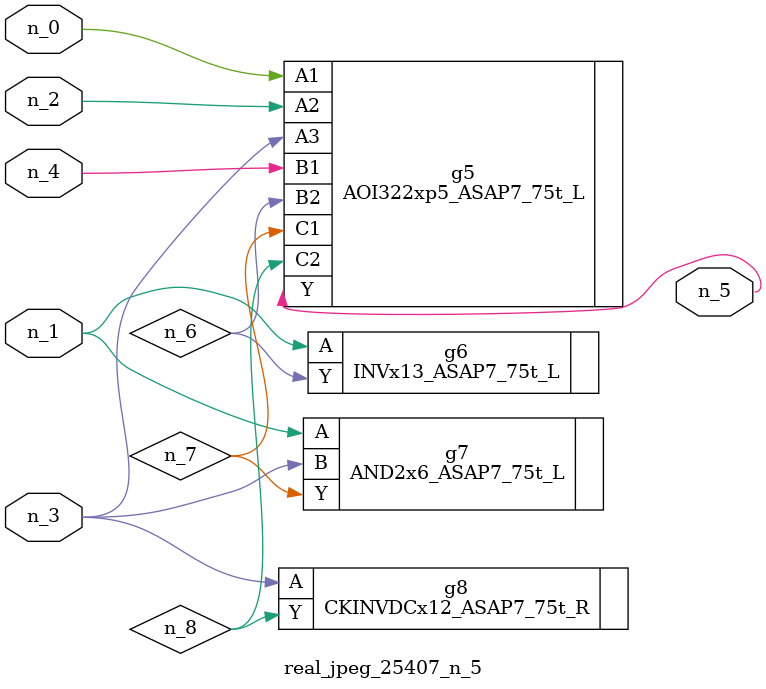
<source format=v>
module real_jpeg_25407_n_5 (n_4, n_0, n_1, n_2, n_3, n_5);

input n_4;
input n_0;
input n_1;
input n_2;
input n_3;

output n_5;

wire n_8;
wire n_6;
wire n_7;

AOI322xp5_ASAP7_75t_L g5 ( 
.A1(n_0),
.A2(n_2),
.A3(n_3),
.B1(n_4),
.B2(n_6),
.C1(n_7),
.C2(n_8),
.Y(n_5)
);

INVx13_ASAP7_75t_L g6 ( 
.A(n_1),
.Y(n_6)
);

AND2x6_ASAP7_75t_L g7 ( 
.A(n_1),
.B(n_3),
.Y(n_7)
);

CKINVDCx12_ASAP7_75t_R g8 ( 
.A(n_3),
.Y(n_8)
);


endmodule
</source>
